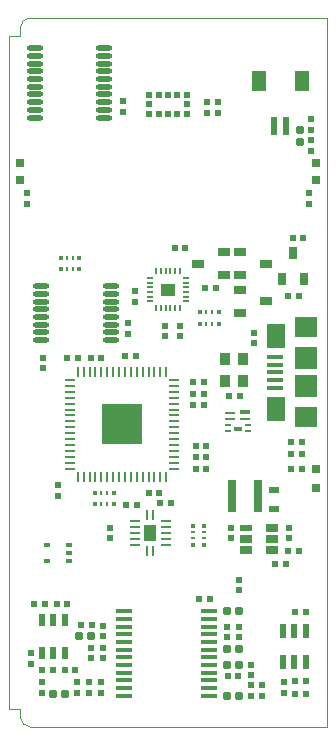
<source format=gbp>
G04*
G04 #@! TF.GenerationSoftware,Altium Limited,Altium Designer,21.0.8 (223)*
G04*
G04 Layer_Color=128*
%FSLAX44Y44*%
%MOMM*%
G71*
G04*
G04 #@! TF.SameCoordinates,BC6D3639-D4A0-4107-B96B-A8576DDDF865*
G04*
G04*
G04 #@! TF.FilePolarity,Positive*
G04*
G01*
G75*
%ADD13C,0.1000*%
%ADD21R,0.5500X0.5500*%
%ADD22R,0.7000X0.7000*%
%ADD23R,0.5500X0.5500*%
%ADD24R,0.3500X0.4500*%
%ADD25R,0.2500X0.4500*%
%ADD26R,0.9500X0.5500*%
%ADD27R,1.2000X1.8000*%
%ADD28R,0.6000X1.5500*%
%ADD30R,1.0600X0.6500*%
%ADD31R,1.0600X0.6000*%
%ADD32R,0.8000X2.7000*%
%ADD33R,0.5000X0.5000*%
%ADD57R,0.8000X0.8000*%
G04:AMPARAMS|DCode=75|XSize=0.6mm|YSize=0.65mm|CornerRadius=0.075mm|HoleSize=0mm|Usage=FLASHONLY|Rotation=270.000|XOffset=0mm|YOffset=0mm|HoleType=Round|Shape=RoundedRectangle|*
%AMROUNDEDRECTD75*
21,1,0.6000,0.5000,0,0,270.0*
21,1,0.4500,0.6500,0,0,270.0*
1,1,0.1500,-0.2500,-0.2250*
1,1,0.1500,-0.2500,0.2250*
1,1,0.1500,0.2500,0.2250*
1,1,0.1500,0.2500,-0.2250*
%
%ADD75ROUNDEDRECTD75*%
%ADD77O,0.2000X0.6000*%
%ADD78O,0.6000X0.2000*%
G04:AMPARAMS|DCode=79|XSize=0.6mm|YSize=0.65mm|CornerRadius=0.075mm|HoleSize=0mm|Usage=FLASHONLY|Rotation=180.000|XOffset=0mm|YOffset=0mm|HoleType=Round|Shape=RoundedRectangle|*
%AMROUNDEDRECTD79*
21,1,0.6000,0.5000,0,0,180.0*
21,1,0.4500,0.6500,0,0,180.0*
1,1,0.1500,-0.2250,0.2500*
1,1,0.1500,0.2250,0.2500*
1,1,0.1500,0.2250,-0.2500*
1,1,0.1500,-0.2250,-0.2500*
%
%ADD79ROUNDEDRECTD79*%
%ADD80O,1.4000X0.4000*%
%ADD81O,1.4000X0.4500*%
%ADD82R,0.6500X1.0600*%
%ADD83R,0.2400X0.9000*%
%ADD84R,0.9000X0.2400*%
%ADD85R,1.0000X1.4000*%
%ADD90R,1.6000X2.1000*%
%ADD91R,1.3500X0.4000*%
%ADD92R,1.9000X1.8000*%
%ADD93R,1.9000X1.9000*%
%ADD94R,0.6000X1.0500*%
%ADD95R,0.6200X1.2200*%
%ADD96R,0.5000X0.4000*%
%ADD97O,0.8500X0.2500*%
%ADD98O,0.2500X0.8500*%
%ADD100R,0.9000X1.0000*%
%ADD101R,0.4500X0.2500*%
%ADD102R,0.4500X0.3500*%
%ADD133R,1.2000X1.0400*%
%ADD134R,0.6400X0.3800*%
%ADD135R,0.5400X0.2400*%
%ADD136R,0.9400X0.2400*%
%ADD137R,0.9400X0.3400*%
%ADD138R,3.3500X3.3500*%
D13*
X10000Y8000D02*
G03*
X18000Y0I8000J0D01*
G01*
Y600000D02*
G03*
X10000Y592000I0J-8000D01*
G01*
Y8000D02*
Y15000D01*
X18000Y-0D02*
X270000Y0D01*
X10000Y585000D02*
Y592000D01*
X18000Y600000D02*
X270000D01*
X-0Y585000D02*
X-0Y15000D01*
X0Y585000D02*
X10000D01*
X0Y15000D02*
X10000D01*
X270000Y0D02*
Y330000D01*
Y600000D01*
D21*
X80000Y85500D02*
D03*
Y76500D02*
D03*
X28000Y37500D02*
D03*
Y28500D02*
D03*
X58000Y37500D02*
D03*
Y28500D02*
D03*
X195000Y124500D02*
D03*
Y115500D02*
D03*
X185000Y84500D02*
D03*
Y75500D02*
D03*
X195000Y84500D02*
D03*
Y75500D02*
D03*
X205000Y43500D02*
D03*
Y52500D02*
D03*
X256000Y487500D02*
D03*
Y496500D02*
D03*
Y514500D02*
D03*
Y505500D02*
D03*
X16000Y442500D02*
D03*
Y451500D02*
D03*
X254000Y442500D02*
D03*
Y451500D02*
D03*
X42000Y195500D02*
D03*
Y204500D02*
D03*
X68000Y37500D02*
D03*
Y28500D02*
D03*
X78000Y37500D02*
D03*
Y28500D02*
D03*
X80000Y58000D02*
D03*
Y67000D02*
D03*
X70000Y58000D02*
D03*
Y67000D02*
D03*
X233000Y28500D02*
D03*
Y37500D02*
D03*
X107000Y368500D02*
D03*
Y359500D02*
D03*
X132000Y339500D02*
D03*
Y330500D02*
D03*
X145000Y339500D02*
D03*
Y330500D02*
D03*
X29000Y303500D02*
D03*
Y312500D02*
D03*
X101000Y332500D02*
D03*
Y341500D02*
D03*
X19060Y53160D02*
D03*
Y62160D02*
D03*
X86000Y159500D02*
D03*
Y168500D02*
D03*
X97000Y529500D02*
D03*
Y520500D02*
D03*
X168000Y528500D02*
D03*
Y519500D02*
D03*
X177000Y528500D02*
D03*
Y519500D02*
D03*
X188000Y159500D02*
D03*
Y168500D02*
D03*
X237000Y168500D02*
D03*
Y159500D02*
D03*
X208000Y324500D02*
D03*
Y333500D02*
D03*
D22*
X260000Y201750D02*
D03*
Y218250D02*
D03*
D23*
X70500Y86000D02*
D03*
X61500D02*
D03*
X161500Y108000D02*
D03*
X170500D02*
D03*
X194500Y43000D02*
D03*
X185500D02*
D03*
X214500Y35000D02*
D03*
X205500D02*
D03*
X214500Y26000D02*
D03*
X205500D02*
D03*
X149500Y405000D02*
D03*
X140500D02*
D03*
X175500Y371000D02*
D03*
X166500D02*
D03*
X245500Y365000D02*
D03*
X236500D02*
D03*
X249500Y414000D02*
D03*
X240500D02*
D03*
X49500Y312000D02*
D03*
X58500D02*
D03*
X78500D02*
D03*
X69500D02*
D03*
X128500Y189000D02*
D03*
X137500D02*
D03*
X108500Y188000D02*
D03*
X99500D02*
D03*
X118500Y198000D02*
D03*
X127500D02*
D03*
X239500Y231000D02*
D03*
X248500D02*
D03*
X239500Y241000D02*
D03*
X248500D02*
D03*
X248500Y218000D02*
D03*
X239500D02*
D03*
X28500Y48000D02*
D03*
X37500D02*
D03*
X56500D02*
D03*
X47500D02*
D03*
X21560Y103660D02*
D03*
X30560D02*
D03*
X40560D02*
D03*
X49560D02*
D03*
X251500Y28000D02*
D03*
X242500D02*
D03*
X242500Y39000D02*
D03*
X251500D02*
D03*
X251500Y97000D02*
D03*
X242500D02*
D03*
X98500Y314000D02*
D03*
X107500D02*
D03*
X156500Y272000D02*
D03*
X165500D02*
D03*
X167500Y218000D02*
D03*
X158500D02*
D03*
X165500Y282000D02*
D03*
X156500D02*
D03*
X156500Y292000D02*
D03*
X165500D02*
D03*
X167500Y238000D02*
D03*
X158500D02*
D03*
X158500Y228000D02*
D03*
X167500D02*
D03*
X236500Y149000D02*
D03*
X245500D02*
D03*
X234500Y138000D02*
D03*
X225500D02*
D03*
X186500Y280000D02*
D03*
X195500D02*
D03*
D24*
X44000Y396750D02*
D03*
Y387250D02*
D03*
X60000Y396750D02*
D03*
Y387250D02*
D03*
X162000Y350750D02*
D03*
Y341250D02*
D03*
X178000Y350750D02*
D03*
Y341250D02*
D03*
X89000Y188250D02*
D03*
Y197750D02*
D03*
X73000Y188250D02*
D03*
Y197750D02*
D03*
D25*
X49500Y387250D02*
D03*
Y396750D02*
D03*
X54500D02*
D03*
Y387250D02*
D03*
X167500Y341250D02*
D03*
Y350750D02*
D03*
X172500D02*
D03*
Y341250D02*
D03*
X83500Y197750D02*
D03*
Y188250D02*
D03*
X78500D02*
D03*
Y197750D02*
D03*
D26*
X225000Y184500D02*
D03*
Y200500D02*
D03*
D27*
X248000Y547000D02*
D03*
X212000D02*
D03*
D28*
X235000Y508250D02*
D03*
X225000D02*
D03*
D30*
X196000Y350500D02*
D03*
Y369500D02*
D03*
X218000Y360000D02*
D03*
X196000Y382500D02*
D03*
Y401500D02*
D03*
X218000Y392000D02*
D03*
X182000Y401500D02*
D03*
Y382500D02*
D03*
X160000Y392000D02*
D03*
X223200Y168579D02*
D03*
Y149579D02*
D03*
X201200D02*
D03*
Y159079D02*
D03*
X223200D02*
D03*
D31*
X201200Y168579D02*
D03*
D32*
X211000Y195000D02*
D03*
X189000D02*
D03*
D33*
X151000Y535000D02*
D03*
X143000D02*
D03*
X119000D02*
D03*
X127000D02*
D03*
X135000D02*
D03*
Y519000D02*
D03*
X127000D02*
D03*
X119000D02*
D03*
X143000D02*
D03*
X151000D02*
D03*
Y527000D02*
D03*
X119000D02*
D03*
D57*
X260000Y477500D02*
D03*
Y462500D02*
D03*
X10000Y477500D02*
D03*
Y462500D02*
D03*
D75*
X70000Y77000D02*
D03*
X60000D02*
D03*
X48000Y28000D02*
D03*
X38000D02*
D03*
X195000Y98000D02*
D03*
X185000D02*
D03*
X195000Y66000D02*
D03*
X185000D02*
D03*
X195000Y52000D02*
D03*
X185000D02*
D03*
X195000Y26000D02*
D03*
X185000D02*
D03*
D77*
X145000Y385500D02*
D03*
X141000D02*
D03*
X137000D02*
D03*
X133000D02*
D03*
X129000D02*
D03*
X125000D02*
D03*
Y354500D02*
D03*
X129000D02*
D03*
X133000D02*
D03*
X137000D02*
D03*
X141000D02*
D03*
X145000D02*
D03*
D78*
X119500Y380000D02*
D03*
Y376000D02*
D03*
Y372000D02*
D03*
Y368000D02*
D03*
Y364000D02*
D03*
Y360000D02*
D03*
X150500D02*
D03*
Y364000D02*
D03*
Y368000D02*
D03*
Y372000D02*
D03*
Y376000D02*
D03*
Y380000D02*
D03*
D79*
X247000Y495000D02*
D03*
Y505000D02*
D03*
D80*
X98000Y26250D02*
D03*
Y32750D02*
D03*
Y39250D02*
D03*
Y45750D02*
D03*
Y52250D02*
D03*
Y58750D02*
D03*
Y65250D02*
D03*
Y71750D02*
D03*
Y78250D02*
D03*
Y84750D02*
D03*
Y91250D02*
D03*
Y97750D02*
D03*
X170000Y26250D02*
D03*
Y32750D02*
D03*
Y39250D02*
D03*
Y45750D02*
D03*
Y52250D02*
D03*
Y58750D02*
D03*
Y65250D02*
D03*
Y71750D02*
D03*
Y78250D02*
D03*
Y84750D02*
D03*
Y91250D02*
D03*
Y97750D02*
D03*
D81*
X86500Y372750D02*
D03*
Y366250D02*
D03*
Y359750D02*
D03*
Y353250D02*
D03*
Y346750D02*
D03*
Y340250D02*
D03*
Y333750D02*
D03*
Y327250D02*
D03*
X27500Y372750D02*
D03*
Y366250D02*
D03*
Y359750D02*
D03*
Y353250D02*
D03*
Y346750D02*
D03*
Y340250D02*
D03*
Y333750D02*
D03*
Y327250D02*
D03*
X81000Y574250D02*
D03*
Y567750D02*
D03*
Y561250D02*
D03*
Y554750D02*
D03*
Y548250D02*
D03*
Y541750D02*
D03*
Y535250D02*
D03*
Y528750D02*
D03*
Y522250D02*
D03*
Y515750D02*
D03*
X22000Y574250D02*
D03*
Y567750D02*
D03*
Y561250D02*
D03*
Y554750D02*
D03*
Y548250D02*
D03*
Y541750D02*
D03*
Y535250D02*
D03*
Y528750D02*
D03*
Y522250D02*
D03*
Y515750D02*
D03*
D82*
X250500Y379000D02*
D03*
X231500D02*
D03*
X241000Y401000D02*
D03*
D83*
X122500Y148500D02*
D03*
X117500D02*
D03*
X122500Y179500D02*
D03*
X117500D02*
D03*
D84*
X107000Y174000D02*
D03*
Y169000D02*
D03*
Y159000D02*
D03*
Y154000D02*
D03*
X133000D02*
D03*
Y159000D02*
D03*
Y174000D02*
D03*
Y169000D02*
D03*
Y164000D02*
D03*
X107000D02*
D03*
D85*
X120000D02*
D03*
D90*
X226500Y269000D02*
D03*
Y331000D02*
D03*
D91*
X225250Y287000D02*
D03*
Y293500D02*
D03*
Y313000D02*
D03*
Y306500D02*
D03*
Y300000D02*
D03*
D92*
X252000Y338000D02*
D03*
Y262000D02*
D03*
D93*
Y312000D02*
D03*
Y288000D02*
D03*
D94*
X28500Y62000D02*
D03*
X38000D02*
D03*
X47500D02*
D03*
Y90500D02*
D03*
X38000D02*
D03*
X28500D02*
D03*
D95*
X232500Y81100D02*
D03*
Y54900D02*
D03*
X251500D02*
D03*
Y81100D02*
D03*
X242000Y54900D02*
D03*
Y81100D02*
D03*
D96*
X51500Y147000D02*
D03*
Y140500D02*
D03*
Y153500D02*
D03*
X32500D02*
D03*
Y140500D02*
D03*
D97*
X140250Y293500D02*
D03*
Y288500D02*
D03*
Y283500D02*
D03*
Y278500D02*
D03*
Y273500D02*
D03*
Y268500D02*
D03*
Y263500D02*
D03*
Y258500D02*
D03*
Y253500D02*
D03*
Y248500D02*
D03*
Y243500D02*
D03*
Y238500D02*
D03*
Y233500D02*
D03*
Y228500D02*
D03*
Y223500D02*
D03*
Y218500D02*
D03*
X51750D02*
D03*
Y223500D02*
D03*
Y228500D02*
D03*
Y233500D02*
D03*
Y238500D02*
D03*
Y243500D02*
D03*
Y248500D02*
D03*
Y253500D02*
D03*
Y258500D02*
D03*
Y263500D02*
D03*
Y268500D02*
D03*
Y273500D02*
D03*
Y278500D02*
D03*
Y283500D02*
D03*
Y288500D02*
D03*
Y293500D02*
D03*
D98*
X133500Y211750D02*
D03*
X128500D02*
D03*
X123500D02*
D03*
X118500D02*
D03*
X113500D02*
D03*
X108500D02*
D03*
X103500D02*
D03*
X98500D02*
D03*
X93500D02*
D03*
X88500D02*
D03*
X83500D02*
D03*
X78500D02*
D03*
X73500D02*
D03*
X68500D02*
D03*
X63500D02*
D03*
X58500D02*
D03*
Y300250D02*
D03*
X63500D02*
D03*
X68500D02*
D03*
X73500D02*
D03*
X78500D02*
D03*
X83500D02*
D03*
X88500D02*
D03*
X93500D02*
D03*
X98500D02*
D03*
X103500D02*
D03*
X108500D02*
D03*
X113500D02*
D03*
X118500D02*
D03*
X123500D02*
D03*
X128500D02*
D03*
X133500D02*
D03*
D100*
X183250Y311250D02*
D03*
Y292750D02*
D03*
X198750Y311250D02*
D03*
Y292750D02*
D03*
D101*
X165750Y164500D02*
D03*
X156250D02*
D03*
Y159500D02*
D03*
X165750D02*
D03*
D102*
Y170000D02*
D03*
X156250D02*
D03*
X165750Y154000D02*
D03*
X156250D02*
D03*
D133*
X135000Y370000D02*
D03*
D134*
X194000Y251700D02*
D03*
D135*
X202500Y250500D02*
D03*
Y255500D02*
D03*
X185500Y250500D02*
D03*
Y255500D02*
D03*
D136*
X200500Y260500D02*
D03*
X187500Y265500D02*
D03*
Y260500D02*
D03*
D137*
X200500Y266000D02*
D03*
D138*
X96000Y256000D02*
D03*
M02*

</source>
